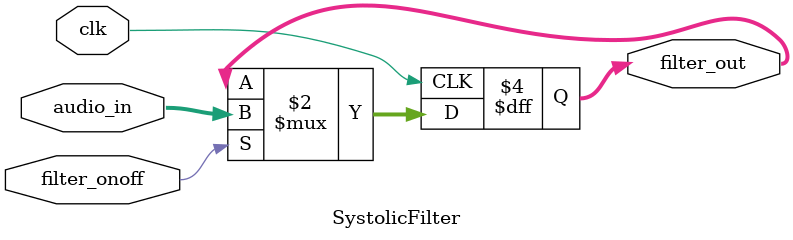
<source format=v>
module LowPassFilter(
	input clk,
	input filter_onoff,
	input signed [15:0] audio_in,
	output signed [15:0] audio_out
);

	wire [15:0] filter_out;
	
	// Instantiate SystolicFilter module
	SystolicFilter SystolicFilter_inst(
		.clk(clk),
		.filter_onoff(filter_onoff),
		.audio_in(audio_in),
		.filter_out(filter_out)
	);

	assign audio_out = filter_onoff ? filter_out : audio_in;

endmodule

module SystolicFilter(
	input clk,
	input filter_onoff,
	input signed [15:0] audio_in,
	output reg [15:0] filter_out
);

	always @(posedge clk) begin
		if (filter_onoff) begin
			// Implement your filter logic here
			filter_out <= audio_in;
		end
	end

endmodule
</source>
